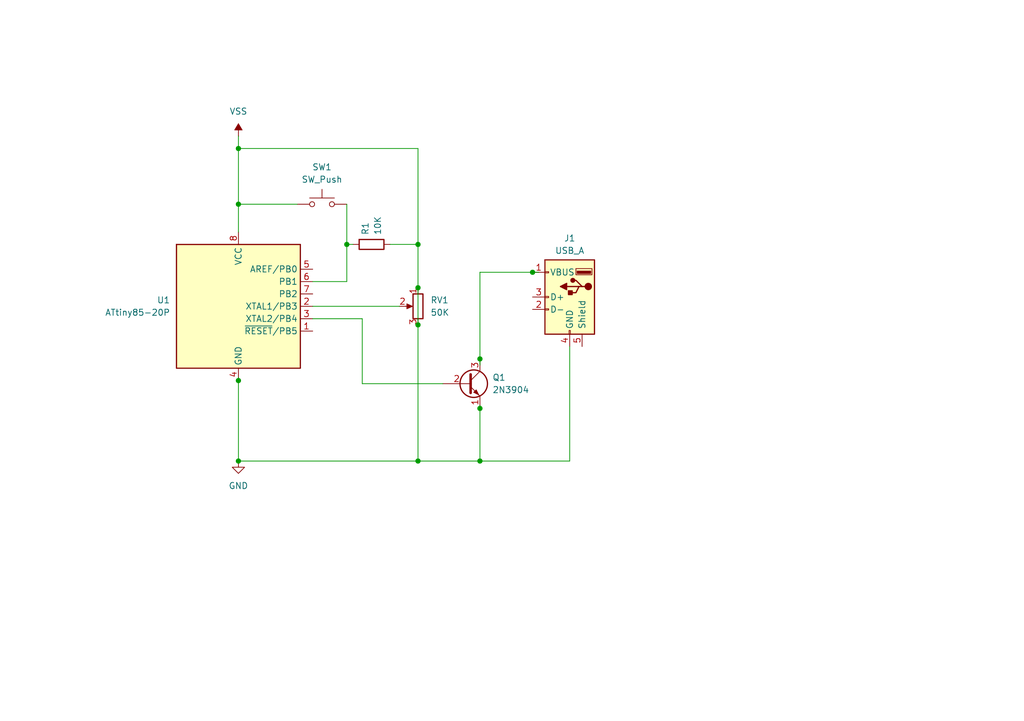
<source format=kicad_sch>
(kicad_sch (version 20231120) (generator "eeschema") (generator_version "8.0")
  (paper "A5")
  (title_block (title "Twinkling Tree") (date "2025-03-26") (rev "1"))
  (lib_symbols
    (symbol "Connector:USB_A" (pin_names (offset 1.016))
      (property "Reference" "J" (at -5.08 11.43 0))
      (property "Value" "USB_A" (at -5.08 8.89 0))
      (symbol "USB_A_0_1"
        (rectangle (start -5.08 -7.62) (end 5.08 7.62) (stroke (width 0.254)) (fill (type background)))
        (circle (center -3.81 2.159) (radius 0.635) (stroke (width 0.254)) (fill (type outline)))
        (rectangle (start -1.524 4.826) (end -4.318 5.334) (fill (type outline)))
        (rectangle (start -1.27 4.572) (end -4.572 5.842))
        (circle (center -0.635 3.429) (radius 0.381) (stroke (width 0.254)) (fill (type outline)))
        (rectangle (start -0.127 -7.62) (end 0.127 -6.858))
        (polyline (pts (xy -3.175 2.159) (xy -2.54 2.159) (xy -1.27 3.429) (xy -0.635 3.429)) (stroke (width 0.254)))
        (polyline (pts (xy -2.54 2.159) (xy -1.905 2.159) (xy -1.27 0.889) (xy 0 0.889)) (stroke (width 0.254)))
        (polyline (pts (xy 0.635 2.794) (xy 0.635 1.524) (xy 1.905 2.159) (xy 0.635 2.794)) (stroke (width 0.254)) (fill (type outline)))
        (rectangle (start 0.254 1.27) (end -0.508 0.508) (stroke (width 0.254)) (fill (type outline)))
        (rectangle (start 5.08 -2.667) (end 4.318 -2.413))
        (rectangle (start 5.08 -0.127) (end 4.318 0.127))
        (rectangle (start 5.08 4.953) (end 4.318 5.207))
      )
      (symbol "USB_A_1_1"
        (polyline (pts (xy -1.905 2.159) (xy 0.635 2.159)) (stroke (width 0.254)))
        (pin power_in line (at 7.62 5.08 180) (length 2.54) (name "VBUS") (number "1"))
        (pin bidirectional line (at 7.62 -2.54 180) (length 2.54) (name "D-") (number "2"))
        (pin bidirectional line (at 7.62 0 180) (length 2.54) (name "D+") (number "3"))
        (pin power_in line (at 0 -10.16 90) (length 2.54) (name "GND") (number "4"))
        (pin passive line (at -2.54 -10.16 90) (length 2.54) (name "Shield") (number "5"))
      )
    )
    (symbol "Device:R" (pin_numbers hide) (pin_names (offset 0))
      (property "Reference" "R" (at 2.032 0 90))
      (property "Value" "R" (at 0 0 90))
      (symbol "R_0_1"
        (rectangle (start -1.016 -2.54) (end 1.016 2.54) (stroke (width 0.254)))
      )
      (symbol "R_1_1"
        (pin passive line (at 0 3.81 270) (length 1.27) (name "~") (number "1"))
        (pin passive line (at 0 -3.81 90) (length 1.27) (name "~") (number "2"))
      )
    )
    (symbol "Device:R_Potentiometer" (pin_names (offset 1.016) hide)
      (property "Reference" "RV" (at -4.445 0 90))
      (property "Value" "R_Potentiometer" (at -2.54 0 90))
      (symbol "R_Potentiometer_0_1"
        (polyline (pts (xy 2.54 0) (xy 1.524 0)))
        (polyline (pts (xy 1.143 0) (xy 2.286 0.508) (xy 2.286 -0.508) (xy 1.143 0)) (fill (type outline)))
        (rectangle (start 1.016 2.54) (end -1.016 -2.54) (stroke (width 0.254)))
      )
      (symbol "R_Potentiometer_1_1"
        (pin passive line (at 0 3.81 270) (length 1.27) (name "1") (number "1"))
        (pin passive line (at 3.81 0 180) (length 1.27) (name "2") (number "2"))
        (pin passive line (at 0 -3.81 90) (length 1.27) (name "3") (number "3"))
      )
    )
    (symbol "MCU_Microchip_ATtiny:ATtiny85-20P"
      (property "Reference" "U" (at -12.7 13.97 0))
      (property "Value" "ATtiny85-20P" (at 2.54 -13.97 0))
      (symbol "ATtiny85-20P_0_1"
        (rectangle (start -12.7 -12.7) (end 12.7 12.7) (stroke (width 0.254)) (fill (type background)))
      )
      (symbol "ATtiny85-20P_1_1"
        (pin bidirectional line (at 15.24 -5.08 180) (length 2.54) (name "~{RESET}/PB5") (number "1"))
        (pin bidirectional line (at 15.24 0 180) (length 2.54) (name "XTAL1/PB3") (number "2"))
        (pin bidirectional line (at 15.24 -2.54 180) (length 2.54) (name "XTAL2/PB4") (number "3"))
        (pin power_in line (at 0 -15.24 90) (length 2.54) (name "GND") (number "4"))
        (pin bidirectional line (at 15.24 7.62 180) (length 2.54) (name "AREF/PB0") (number "5"))
        (pin bidirectional line (at 15.24 5.08 180) (length 2.54) (name "PB1") (number "6"))
        (pin bidirectional line (at 15.24 2.54 180) (length 2.54) (name "PB2") (number "7"))
        (pin power_in line (at 0 15.24 270) (length 2.54) (name "VCC") (number "8"))
      )
    )
    (symbol "Switch:SW_Push" (pin_numbers hide) (pin_names (offset 1.016) hide)
      (property "Reference" "SW" (at 1.27 2.54 0))
      (property "Value" "SW_Push" (at 0 -1.524 0))
      (symbol "SW_Push_0_1"
        (circle (center -2.032 0) (radius 0.508))
        (polyline (pts (xy 0 1.27) (xy 0 3.048)))
        (polyline (pts (xy 2.54 1.27) (xy -2.54 1.27)))
        (circle (center 2.032 0) (radius 0.508))
        (pin passive line (at -5.08 0 0) (length 2.54) (name "1") (number "1"))
        (pin passive line (at 5.08 0 180) (length 2.54) (name "2") (number "2"))
      )
    )
    (symbol "Transistor_BJT:2N3904" (pin_names (offset 0) hide)
      (property "Reference" "Q" (at 5.08 1.905 0))
      (property "Value" "2N3904" (at 5.08 0 0))
      (symbol "2N3904_0_1"
        (polyline (pts (xy 0.635 0.635) (xy 2.54 2.54)))
        (polyline (pts (xy 0.635 -0.635) (xy 2.54 -2.54) (xy 2.54 -2.54)))
        (polyline (pts (xy 0.635 1.905) (xy 0.635 -1.905) (xy 0.635 -1.905)) (stroke (width 0.508)))
        (polyline (pts (xy 1.27 -1.778) (xy 1.778 -1.27) (xy 2.286 -2.286) (xy 1.27 -1.778) (xy 1.27 -1.778)) (fill (type outline)))
        (circle (center 1.27 0) (radius 2.8194) (stroke (width 0.254)))
      )
      (symbol "2N3904_1_1"
        (pin passive line (at 2.54 -5.08 90) (length 2.54) (name "E") (number "1"))
        (pin passive line (at -5.08 0 0) (length 5.715) (name "B") (number "2"))
        (pin passive line (at 2.54 5.08 270) (length 2.54) (name "C") (number "3"))
      )
    )
    (symbol "power:GND" (power) (pin_numbers hide) (pin_names (offset 0) hide)
      (property "Value" "GND" (at 0 -3.81 0))
      (symbol "GND_0_1"
        (polyline (pts (xy 0 0) (xy 0 -1.27) (xy 1.27 -1.27) (xy 0 -2.54) (xy -1.27 -1.27) (xy 0 -1.27)))
      )
      (symbol "GND_1_1"
        (pin power_in line (at 0 0 270) (length 0) (name "~") (number "1"))
      )
    )
    (symbol "power:VSS" (power) (pin_numbers hide) (pin_names (offset 0) hide)
      (property "Value" "VSS" (at 0 3.556 0))
      (symbol "VSS_0_1"
        (polyline (pts (xy 0 0) (xy 0 2.54)))
        (polyline (pts (xy 0.762 1.27) (xy -0.762 1.27) (xy 0 2.54) (xy 0.762 1.27)) (fill (type outline)))
      )
      (symbol "VSS_1_1"
        (pin power_in line (at 0 0 90) (length 0) (name "~") (number "1"))
      )
    )
  )
  (junction (at 48.895 41.91))
  (junction (at 71.12 50.165))
  (junction (at 48.895 94.615))
  (junction (at 85.725 50.165))
  (junction (at 98.425 94.615))
  (junction (at 48.895 30.48))
  (junction (at 85.725 94.615))
  (junction (at 85.725 59.055))
  (junction (at 48.895 78.105))
  (junction (at 98.425 73.66))
  (junction (at 85.725 66.675))
  (junction (at 98.425 83.82))
  (junction (at 109.22 55.88))
  (wire (pts (xy 48.895 41.91) (xy 60.96 41.91)))
  (wire (pts (xy 85.725 94.615) (xy 98.425 94.615)))
  (wire (pts (xy 48.895 77.47) (xy 48.895 78.105)))
  (wire (pts (xy 98.425 55.88) (xy 98.425 73.66)))
  (wire (pts (xy 85.725 59.055) (xy 85.725 66.675)))
  (wire (pts (xy 85.725 50.165) (xy 85.725 30.48)))
  (wire (pts (xy 48.895 27.94) (xy 48.895 30.48)))
  (wire (pts (xy 85.725 66.675) (xy 85.725 94.615)))
  (wire (pts (xy 48.895 78.105) (xy 48.895 94.615)))
  (wire (pts (xy 71.12 50.165) (xy 72.39 50.165)))
  (wire (pts (xy 74.295 65.405) (xy 74.295 78.74)))
  (wire (pts (xy 109.22 55.88) (xy 98.425 55.88)))
  (wire (pts (xy 48.895 94.615) (xy 85.725 94.615)))
  (wire (pts (xy 74.295 78.74) (xy 90.805 78.74)))
  (wire (pts (xy 80.01 50.165) (xy 85.725 50.165)))
  (wire (pts (xy 85.725 59.055) (xy 85.725 50.165)))
  (wire (pts (xy 85.725 30.48) (xy 48.895 30.48)))
  (wire (pts (xy 98.425 73.66) (xy 98.425 74.93)))
  (wire (pts (xy 110.49 55.88) (xy 109.22 55.88)))
  (wire (pts (xy 48.895 41.91) (xy 48.895 47.625)))
  (wire (pts (xy 98.425 94.615) (xy 116.84 94.615)))
  (wire (pts (xy 71.12 50.165) (xy 71.12 57.785)))
  (wire (pts (xy 64.135 65.405) (xy 74.295 65.405)))
  (wire (pts (xy 48.895 30.48) (xy 48.895 41.91)))
  (wire (pts (xy 71.12 57.785) (xy 64.135 57.785)))
  (wire (pts (xy 71.12 41.91) (xy 71.12 50.165)))
  (wire (pts (xy 98.425 83.185) (xy 98.425 83.82)))
  (wire (pts (xy 116.84 71.12) (xy 116.84 94.615)))
  (wire (pts (xy 64.135 62.865) (xy 81.915 62.865)))
  (wire (pts (xy 98.425 83.82) (xy 98.425 94.615)))
  (symbol (lib_id "Switch:SW_Push") (at 66.04 41.91 0) (unit 1)
    (property "Reference" "SW1" (at 66.04 34.29 0))
    (property "Value" "SW_Push" (at 66.04 36.83 0))
    (property "Description" "Push button switch, generic, two pins" (effects (hide yes)))
  )
  (symbol (lib_id "power:VSS") (at 48.895 27.94 0) (unit 1)
    (property "Reference" "#PWR01" (effects (hide yes)))
    (property "Value" "VSS" (at 48.895 22.86 0))
    (property "Description" "Power symbol creates a global label with name \"VSS\"" (effects (hide yes)))
  )
  (symbol (lib_id "Device:R_Potentiometer") (at 85.725 62.865 0) (mirror y) (unit 1)
    (property "Reference" "RV1" (at 88.265 61.5949 0) (effects (justify right)))
    (property "Value" "50K" (at 88.265 64.1349 0) (effects (justify right)))
    (property "Description" "Potentiometer" (effects (hide yes)))
  )
  (symbol (lib_id "Transistor_BJT:2N3904") (at 95.885 78.74 0) (unit 1)
    (property "Reference" "Q1" (at 100.965 77.4699 0) (effects (justify left)))
    (property "Value" "2N3904" (at 100.965 80.0099 0) (effects (justify left)))
    (property "Footprint" "Package_TO_SOT_THT:TO-92_Inline" (effects (hide yes)))
    (property "Datasheet" "https://www.onsemi.com/pub/Collateral/2N3903-D.PDF" (effects (hide yes)))
    (property "Description" "0.2A Ic, 40V Vce, Small Signal NPN Transistor, TO-92" (effects (hide yes)))
  )
  (symbol (lib_id "power:GND") (at 48.895 94.615 0) (unit 1)
    (property "Reference" "#PWR02" (effects (hide yes)))
    (property "Value" "GND" (at 48.895 99.695 0))
    (property "Description" "Power symbol creates a global label with name \"GND\" , ground" (effects (hide yes)))
  )
  (symbol (lib_id "Device:R") (at 76.2 50.165 90) (unit 1)
    (property "Reference" "R1" (at 74.9299 48.26 0) (effects (justify left)))
    (property "Value" "10K" (at 77.4699 48.26 0) (effects (justify left)))
    (property "Description" "Resistor" (effects (hide yes)))
  )
  (symbol (lib_id "MCU_Microchip_ATtiny:ATtiny85-20P") (at 48.895 62.865 0) (unit 1)
    (property "Reference" "U1" (at 34.925 61.5949 0) (effects (justify right)))
    (property "Value" "ATtiny85-20P" (at 34.925 64.1349 0) (effects (justify right)))
    (property "Footprint" "Package_DIP:DIP-8_W7.62mm" (effects (hide yes)))
    (property "Datasheet" "http://ww1.microchip.com/downloads/en/DeviceDoc/atmel-2586-avr-8-bit-microcontroller-attiny25-attiny45-attiny85_datasheet.pdf" (effects (hide yes)))
    (property "Description" "20MHz, 8kB Flash, 512B SRAM, 512B EEPROM, debugWIRE, DIP-8" (effects (hide yes)))
  )
  (symbol (lib_id "Connector:USB_A") (at 116.84 60.96 0) (mirror y) (unit 1)
    (property "Reference" "J1" (at 116.84 48.895 0))
    (property "Value" "USB_A" (at 116.84 51.435 0))
    (property "Datasheet" " ~" (effects (hide yes)))
    (property "Description" "USB Type A connector" (effects (hide yes)))
  )
)
</source>
